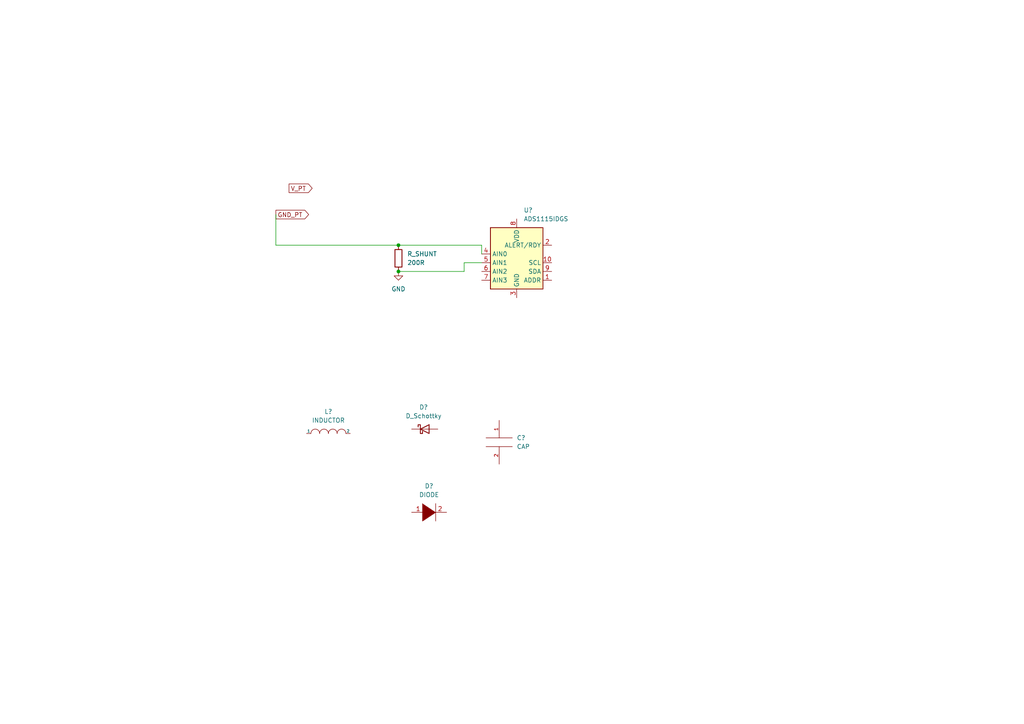
<source format=kicad_sch>
(kicad_sch (version 20211123) (generator eeschema)
  (paper "A4")
  (lib_symbols
    (symbol "Analog_ADC:ADS1115IDGS"
      (property "Reference" "U" (at 2.54 13.97 0))
      (property "Value" "ADS1115IDGS" (at 7.62 11.43 0))
      (symbol "ADS1115IDGS_0_1"
        (rectangle (start -7.62 10.16) (end 7.62 -7.62) (stroke (width 0.254)) (fill (type background)))
      )
      (symbol "ADS1115IDGS_1_1"
        (pin input line (at 10.16 -5.08 180) (length 2.54) (name "ADDR") (number "1"))
        (pin input line (at 10.16 0 180) (length 2.54) (name "SCL") (number "10"))
        (pin output line (at 10.16 5.08 180) (length 2.54) (name "ALERT/RDY") (number "2"))
        (pin power_in line (at 0 -10.16 90) (length 2.54) (name "GND") (number "3"))
        (pin input line (at -10.16 2.54 0) (length 2.54) (name "AIN0") (number "4"))
        (pin input line (at -10.16 0 0) (length 2.54) (name "AIN1") (number "5"))
        (pin input line (at -10.16 -2.54 0) (length 2.54) (name "AIN2") (number "6"))
        (pin input line (at -10.16 -5.08 0) (length 2.54) (name "AIN3") (number "7"))
        (pin power_in line (at 0 12.7 270) (length 2.54) (name "VDD") (number "8"))
        (pin bidirectional line (at 10.16 -2.54 180) (length 2.54) (name "SDA") (number "9"))
      )
    )
    (symbol "Device:D_Schottky" (pin_numbers hide) (pin_names (offset 1.016) hide)
      (property "Reference" "D" (at 0 2.54 0))
      (property "Value" "D_Schottky" (at 0 -2.54 0))
      (symbol "D_Schottky_0_1"
        (polyline (pts (xy 1.27 0) (xy -1.27 0)))
        (polyline (pts (xy 1.27 1.27) (xy 1.27 -1.27) (xy -1.27 0) (xy 1.27 1.27)) (stroke (width 0.254)))
        (polyline (pts (xy -1.905 0.635) (xy -1.905 1.27) (xy -1.27 1.27) (xy -1.27 -1.27) (xy -0.635 -1.27) (xy -0.635 -0.635)) (stroke (width 0.254)))
      )
      (symbol "D_Schottky_1_1"
        (pin passive line (at -3.81 0 0) (length 2.54) (name "K") (number "1"))
        (pin passive line (at 3.81 0 180) (length 2.54) (name "A") (number "2"))
      )
    )
    (symbol "Device:R" (pin_numbers hide) (pin_names (offset 0))
      (property "Reference" "R" (at 2.032 0 90))
      (property "Value" "R" (at 0 0 90))
      (symbol "R_0_1"
        (rectangle (start -1.016 -2.54) (end 1.016 2.54) (stroke (width 0.254)))
      )
      (symbol "R_1_1"
        (pin passive line (at 0 3.81 270) (length 1.27) (name "~") (number "1"))
        (pin passive line (at 0 -3.81 90) (length 1.27) (name "~") (number "2"))
      )
    )
    (symbol "power:GND" (power) (pin_names (offset 0))
      (property "Value" "GND" (at 0 -3.81 0))
      (symbol "GND_0_1"
        (polyline (pts (xy 0 0) (xy 0 -1.27) (xy 1.27 -1.27) (xy 0 -2.54) (xy -1.27 -1.27) (xy 0 -1.27)))
      )
      (symbol "GND_1_1"
        (pin power_in line (at 0 0 270) (length 0) hide (name "GND") (number "1"))
      )
    )
    (symbol "pspice:CAP" (pin_names (offset 0.254))
      (property "Reference" "C" (at 2.54 3.81 90))
      (property "Value" "CAP" (at 2.54 -3.81 90))
      (symbol "CAP_0_1"
        (polyline (pts (xy -3.81 -1.27) (xy 3.81 -1.27)))
        (polyline (pts (xy -3.81 1.27) (xy 3.81 1.27)))
      )
      (symbol "CAP_1_1"
        (pin passive line (at 0 6.35 270) (length 5.08) (name "~") (number "1"))
        (pin passive line (at 0 -6.35 90) (length 5.08) (name "~") (number "2"))
      )
    )
    (symbol "pspice:DIODE" (pin_names (offset 1.016) hide)
      (property "Reference" "D" (at 0 3.81 0))
      (property "Value" "DIODE" (at 0 -4.445 0))
      (symbol "DIODE_0_1"
        (polyline (pts (xy 1.905 2.54) (xy 1.905 -2.54)))
        (polyline (pts (xy -1.905 2.54) (xy -1.905 -2.54) (xy 1.905 0)) (fill (type outline)))
      )
      (symbol "DIODE_1_1"
        (pin input line (at -5.08 0 0) (length 3.81) (name "K") (number "1"))
        (pin input line (at 5.08 0 180) (length 3.81) (name "A") (number "2"))
      )
    )
    (symbol "pspice:INDUCTOR" (pin_numbers hide) (pin_names (offset 0))
      (property "Reference" "L" (at 0 2.54 0))
      (property "Value" "INDUCTOR" (at 0 -1.27 0))
      (symbol "INDUCTOR_0_1"
        (arc (start -2.54 0) (mid -3.81 1.27) (end -5.08 0))
        (arc (start 0 0) (mid -1.27 1.27) (end -2.54 0))
        (arc (start 2.54 0) (mid 1.27 1.27) (end 0 0))
        (arc (start 5.08 0) (mid 3.81 1.27) (end 2.54 0))
      )
      (symbol "INDUCTOR_1_1"
        (pin input line (at -6.35 0 0) (length 1.27) (name "1") (number "1"))
        (pin input line (at 6.35 0 180) (length 1.27) (name "2") (number "2"))
      )
    )
  )
  (junction (at 115.57 71.12))
  (junction (at 115.57 78.74))
  (wire (pts (xy 115.57 71.12) (xy 139.7 71.12)))
  (wire (pts (xy 80.01 62.23) (xy 80.01 71.12)))
  (wire (pts (xy 139.7 71.12) (xy 139.7 73.66)))
  (wire (pts (xy 115.57 78.74) (xy 134.62 78.74)))
  (wire (pts (xy 134.62 78.74) (xy 134.62 76.2)))
  (wire (pts (xy 134.62 76.2) (xy 139.7 76.2)))
  (wire (pts (xy 80.01 71.12) (xy 115.57 71.12)))
  (global_label "GND_PT" (shape output) (at 80.01 62.23 0) (property "Intersheet References" "${INTERSHEET_REFS}" (effects hide)))
  (global_label "V_PT" (shape output) (at 83.82 54.61 0) (property "Intersheet References" "${INTERSHEET_REFS}" (effects hide)))
  (symbol (lib_id "Device:D_Schottky") (at 123.19 124.46 0) (unit 1)
    (property "Reference" "D?" (at 122.8725 118.11 0))
    (property "Value" "D_Schottky" (at 122.8725 120.65 0))
  )
  (symbol (lib_id "power:GND") (at 115.57 78.74 0) (unit 1)
    (property "Reference" "#PWR?" (effects hide))
    (property "Value" "GND" (at 115.57 83.82 0))
  )
  (symbol (lib_id "Device:R") (at 115.57 74.93 0) (unit 1)
    (property "Reference" "R_SHUNT" (at 118.11 73.6599 0) (effects (justify left)))
    (property "Value" "200R" (at 118.11 76.1999 0) (effects (justify left)))
    (property "Footprint" "Resistor_SMD:R_1206_3216Metric_Pad1.30x1.75mm_HandSolder" (effects hide))
  )
  (symbol (lib_id "pspice:CAP") (at 144.78 128.27 0) (unit 1)
    (property "Reference" "C?" (at 149.86 126.9999 0) (effects (justify left)))
    (property "Value" "CAP" (at 149.86 129.5399 0) (effects (justify left)))
  )
  (symbol (lib_id "Analog_ADC:ADS1115IDGS") (at 149.86 76.2 0) (unit 1)
    (property "Reference" "U?" (at 151.8794 60.96 0) (effects (justify left)))
    (property "Value" "ADS1115IDGS" (at 151.8794 63.5 0) (effects (justify left)))
    (property "Footprint" "Package_SO:TSSOP-10_3x3mm_P0.5mm" (effects hide))
    (property "Datasheet" "http://www.ti.com/lit/ds/symlink/ads1113.pdf" (effects hide))
  )
  (symbol (lib_id "pspice:INDUCTOR") (at 95.25 125.73 0) (unit 1)
    (property "Reference" "L?" (at 95.25 119.38 0))
    (property "Value" "INDUCTOR" (at 95.25 121.92 0))
  )
  (symbol (lib_id "pspice:DIODE") (at 124.46 148.59 0) (unit 1)
    (property "Reference" "D?" (at 124.46 140.97 0))
    (property "Value" "DIODE" (at 124.46 143.51 0))
  )
)
</source>
